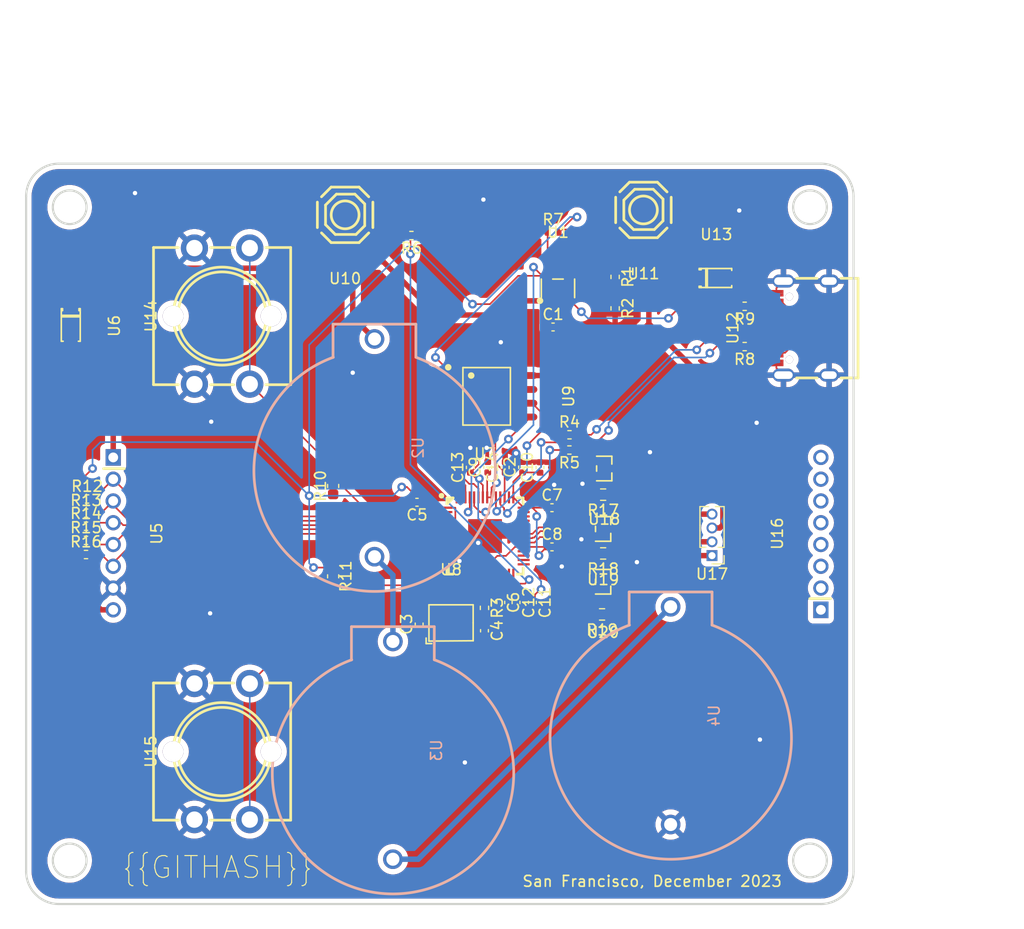
<source format=kicad_pcb>
(kicad_pcb (version 20221018) (generator pcbnew)
  (layers (0 "F.Cu" signal) (31 "B.Cu" signal) (34 "B.Paste" user) (35 "F.Paste" user) (36 "B.SilkS" user "B.Silkscreen") (37 "F.SilkS" user "F.Silkscreen") (38 "B.Mask" user) (39 "F.Mask" user) (44 "Edge.Cuts" user))
  (net 0 "")
  (net 1 "gnd")
  (net 2 "in")
  (net 3 "out-1")
  (net 4 "out")
  (net 5 "dm")
  (net 6 "usb_dm")
  (net 7 "cs")
  (net 8 "vcc-1")
  (net 9 "usb_dp")
  (net 10 "dp")
  (net 11 "adj")
  (net 12 "vcc-2")
  (net 13 "vcc")
  (net 14 "gpio13")
  (net 15 "gpio14")
  (net 16 "gpio3")
  (net 17 "gpio1")
  (net 18 "gpio2")
  (net 19 "gpio4")
  (net 20 "gpio5")
  (net 21 "gpio6")
  (net 22 "or")
  (net 23 "wire")
  (net 24 "not")
  (net 25 "and")
  (net 26 "xor")
  (net 27 "latch")
  (net 28 "vcc-3")
  (net 29 "gpio0")
  (net 30 "gpio7")
  (net 31 "miso")
  (net 32 "cs-1")
  (net 33 "sck-1")
  (net 34 "mosi")
  (net 35 "gpio12")
  (net 36 "gpio15")
  (net 37 "swclk")
  (net 38 "swdio")
  (net 39 "gpio16")
  (net 40 "gpio17")
  (net 41 "gpio18")
  (net 42 "gpio19")
  (net 43 "sda")
  (net 44 "scl")
  (net 45 "gpio22")
  (net 46 "gpio23")
  (net 47 "gpio24")
  (net 48 "gpio25")
  (net 49 "gpio26_a0")
  (net 50 "gpio27_a1")
  (net 51 "gpio28_a2")
  (net 52 "gpio29_a3")
  (net 53 "io3")
  (net 54 "sck")
  (net 55 "io0")
  (net 56 "io2")
  (net 57 "io1")
  (net 58 "p1-2")
  (net 59 "p1-1")
  (net 60 "p1")
  (net 61 "xin")
  (net 62 "b_sink")
  (net 63 "g_sink")
  (net 64 "r_sink")
  (net 65 "run")
  (net 66 "SUB2")
  (net 67 "CC1")
  (net 68 "CC2")
  (net 69 "out-2")
  (net 70 "SUB1")
  (net 71 "vcc-4")
  (net 72 "gnd-2")
  (net 73 "gnd-1")
  (net 74 "xout")
  (footprint "lib:C0402" (layer "F.Cu") (at 138 97.8 180)
    (fp_text reference "C5")
    (fp_text value "Multilayer Ceramic Capacitors MLCC - SMD/SMT 100nF 10V 0402 RoHS")
  )
  (footprint "lib:R0402" (layer "F.Cu") (at 156.2 77.1 -90)
    (fp_text reference "R1")
    (fp_text value "Chip Resistor - Surface Mount 18KOhms ±5% 1/16W 0402 RoHS")
  )
  (footprint "lib:R0603" (layer "F.Cu") (at 155.1 97.1 180)
    (fp_text reference "R17")
    (fp_text value "1.5 KΩ")
  )
  (footprint "lib:R0603" (layer "F.Cu") (at 155 108.1 180)
    (fp_text reference "R19")
    (fp_text value "100.0 Ω")
  )
  (footprint "lib:R0402" (layer "F.Cu") (at 107.6 101.3)
    (fp_text reference "R15")
    (fp_text value "10.0 KΩ")
  )
  (footprint "lib:C0402" (layer "F.Cu") (at 150.4 101.9)
    (fp_text reference "C8")
    (fp_text value "Multilayer Ceramic Capacitors MLCC - SMD/SMT 100nF 10V 0402 RoHS")
  )
  (footprint "lib:USB-C-SMD_KH-TYPE-C-16P" (layer "F.Cu") (at 173.4325 81.8 90)
    (fp_text reference "U12")
    (fp_text value "")
  )
  (footprint "lib:C0402" (layer "F.Cu") (at 145.7 107 -90)
    (fp_text reference "C6")
    (fp_text value "Multilayer Ceramic Capacitors MLCC - SMD/SMT 100nF 10V 0402 RoHS")
  )
  (footprint "lib:R0402" (layer "F.Cu") (at 152 93 180)
    (fp_text reference "R5")
    (fp_text value "Chip Resistor - Surface Mount 27KOhms ±5% 1/16W 0402 RoHS")
  )
  (footprint "lib:C0402" (layer "F.Cu") (at 142.9 94.6 90)
    (fp_text reference "C13")
    (fp_text value "Multilayer Ceramic Capacitors MLCC - SMD/SMT 100nF 10V 0402 RoHS")
  )
  (footprint "lib:C0603" (layer "F.Cu") (at 130.3 104.6 -90)
    (fp_text reference "R11")
    (fp_text value "10.0 KΩ")
  )
  (footprint "lib:SOIC-8_L5.3-W5.3-P1.27-LS8.0-BL" (layer "F.Cu") (at 144.4 88.07 -90)
    (fp_text reference "U9")
    (fp_text value "")
  )
  (footprint "lib:C0402" (layer "F.Cu") (at 147.1 107 -90)
    (fp_text reference "C12")
    (fp_text value "Multilayer Ceramic Capacitors MLCC - SMD/SMT 100nF 10V 0402 RoHS")
  )
  (footprint "lib:SOT-323-3_L2.0-W1.3-P1.30-LS2.1-BR" (layer "F.Cu") (at 155.1 105.1 180)
    (fp_text reference "U20")
    (fp_text value "")
  )
  (footprint "lib:C0402" (layer "F.Cu") (at 150.5 81.7)
    (fp_text reference "C1")
    (fp_text value "Multilayer Ceramic Capacitors MLCC - SMD/SMT 1uF 6.3V 0402 RoHS")
  )
  (footprint "lib:C0402" (layer "F.Cu") (at 144.5 94.58 90)
    (fp_text reference "C9")
    (fp_text value "Multilayer Ceramic Capacitors MLCC - SMD/SMT 100nF 10V 0402 RoHS")
  )
  (footprint "lib:SW-TH_4P-L12.0-W12.0-P5.00-LS12.5-EH" (layer "F.Cu") (at 120.1 80.7 90)
    (fp_text reference "U14")
    (fp_text value "")
  )
  (footprint "lib:C0402" (layer "F.Cu") (at 149.3 94.6 90)
    (fp_text reference "C10")
    (fp_text value "Multilayer Ceramic Capacitors MLCC - SMD/SMT 1uF 6.3V 0402 RoHS")
  )
  (footprint "lib:R0402" (layer "F.Cu") (at 107.6 100)
    (fp_text reference "R14")
    (fp_text value "10.0 KΩ")
  )
  (footprint "lib:C0402" (layer "F.Cu") (at 144.2 109.6 -90)
    (fp_text reference "C4")
    (fp_text value "Multilayer Ceramic Capacitors MLCC - SMD/SMT 20pF 50V 0402 RoHS")
  )
  (footprint "lib:R0402" (layer "F.Cu") (at 168.1 83.5 180)
    (fp_text reference "R8")
    (fp_text value "Chip Resistor - Surface Mount 4.7KOhms ±5% 1/16W 0402 RoHS")
  )
  (footprint "lib:SOT-323-3_L2.0-W1.3-P1.30-LS2.1-BR" (layer "F.Cu") (at 155.1 100.25 180)
    (fp_text reference "U19")
    (fp_text value "")
  )
  (footprint "lib:C0402" (layer "F.Cu") (at 147.7 94.58 90)
    (fp_text reference "C2")
    (fp_text value "Multilayer Ceramic Capacitors MLCC - SMD/SMT 1uF 6.3V 0402 RoHS")
  )
  (footprint "lib:R0402" (layer "F.Cu") (at 156.2 79.99 -90)
    (fp_text reference "R2")
    (fp_text value "10.0 KΩ")
  )
  (footprint "lib:SOT-23-5_L3.0-W1.7-P0.95-LS2.8-BL" (layer "F.Cu") (at 150.95 78.15)
    (fp_text reference "U1")
    (fp_text value "")
  )
  (footprint "Connector_PinHeader_1.27mm:PinHeader_1x04_P1.27mm_Vertical" (layer "F.Cu") (at 165.1 102.7 180)
    (fp_text reference "U17")
    (fp_text value "" hide)
  )
  (footprint "lib:R0402" (layer "F.Cu") (at 107.61 98.8)
    (fp_text reference "R13")
    (fp_text value "10.0 KΩ")
  )
  (footprint "lib:C0402" (layer "F.Cu") (at 138.2 109 90)
    (fp_text reference "C3")
    (fp_text value "Multilayer Ceramic Capacitors MLCC - SMD/SMT 20pF 50V 0402 RoHS")
  )
  (footprint "lib:SOD-123_L2.8-W1.8-LS3.7-RD" (layer "F.Cu") (at 106.2 81.6 -90)
    (fp_text reference "U6")
    (fp_text value "")
  )
  (footprint "lib:R0402" (layer "F.Cu") (at 150.5 73)
    (fp_text reference "R7")
    (fp_text value "10.0 KΩ")
  )
  (footprint "lib:C0402" (layer "F.Cu") (at 150.4 98.3)
    (fp_text reference "C7")
    (fp_text value "Multilayer Ceramic Capacitors MLCC - SMD/SMT 100nF 10V 0402 RoHS")
  )
  (footprint "lib:R0402" (layer "F.Cu") (at 144.2 107.5 -90)
    (fp_text reference "R3")
    (fp_text value "1.0 KΩ")
  )
  (footprint "lib:C0603" (layer "F.Cu") (at 130.3 96.3 90)
    (fp_text reference "R10")
    (fp_text value "10.0 KΩ")
  )
  (footprint "lib:R0402" (layer "F.Cu") (at 137.49 73.3 180)
    (fp_text reference "R6")
    (fp_text value "10.0 KΩ")
  )
  (footprint "lib:SW-SMD_4P-L5.1-W5.1-P3.70-LS6.5-TL-2" (layer "F.Cu") (at 158.8 70.95 180)
    (fp_text reference "U11")
    (fp_text value "")
  )
  (footprint "lib:OSC-SMD_4P-L3.2-W2.5-BL" (layer "F.Cu") (at 141.13 108.87)
    (fp_text reference "U8")
    (fp_text value "")
  )
  (footprint "lib:LQFN-56_L7.0-W7.0-P0.4-EP" (layer "F.Cu") (at 144.25 100.9)
    (fp_text reference "U7")
    (fp_text value "")
  )
  (footprint "lib:R0603" (layer "F.Cu") (at 155.1 102.5 180)
    (fp_text reference "R18")
    (fp_text value "100.0 Ω")
  )
  (footprint "lib:R0402" (layer "F.Cu") (at 107.7 97.5)
    (fp_text reference "R12")
    (fp_text value "10.0 KΩ")
  )
  (footprint "lib:HDR-TH_8P-P2.00-V-M" (layer "F.Cu") (at 110.1 100.68 -90)
    (fp_text reference "U5")
    (fp_text value "")
  )
  (footprint "lib:C0402" (layer "F.Cu") (at 148.6 107 -90)
    (fp_text reference "C11")
    (fp_text value "Multilayer Ceramic Capacitors MLCC - SMD/SMT 100nF 10V 0402 RoHS")
  )
  (footprint "lib:R0402" (layer "F.Cu") (at 152.01 91.6)
    (fp_text reference "R4")
    (fp_text value "Chip Resistor - Surface Mount 27KOhms ±5% 1/16W 0402 RoHS")
  )
  (footprint "lib:R0402" (layer "F.Cu") (at 168.1 79.8 180)
    (fp_text reference "R9")
    (fp_text value "Chip Resistor - Surface Mount 4.7KOhms ±5% 1/16W 0402 RoHS")
  )
  (footprint "lib:R0402" (layer "F.Cu") (at 107.6 102.6)
    (fp_text reference "R16")
    (fp_text value "10.0 KΩ")
  )
  (footprint "lib:HDR-TH_8P-P2.00-V-M" (layer "F.Cu") (at 175.1 100.68 90)
    (fp_text reference "U16")
    (fp_text value "")
  )
  (footprint "lib:SW-TH_4P-L12.0-W12.0-P5.00-LS12.5-EH" (layer "F.Cu") (at 120.1 120.7 90)
    (fp_text reference "U15")
    (fp_text value "")
  )
  (footprint "lib:C0402" (layer "F.Cu") (at 146.1 94.6 90)
    (fp_text reference "C14")
    (fp_text value "Multilayer Ceramic Capacitors MLCC - SMD/SMT 1uF 6.3V 0402 RoHS")
  )
  (footprint "lib:SW-SMD_4P-L5.1-W5.1-P3.70-LS6.5-TL-2" (layer "F.Cu") (at 131.4 71.4 180)
    (fp_text reference "U10")
    (fp_text value "")
  )
  (footprint "lib:SOD-123_L2.8-W1.8-LS3.7-RD" (layer "F.Cu") (at 165.5 77.2)
    (fp_text reference "U13")
    (fp_text value "")
  )
  (footprint "lib:SOT-323-3_L2.0-W1.3-P1.30-LS2.1-BR" (layer "F.Cu") (at 155.2 94.7 180)
    (fp_text reference "U18")
    (fp_text value "")
  )
  (footprint "lib:BAT-TH_BS-02-A1AJ010" (layer "B.Cu") (at 161.3 117.4 90)
    (fp_text reference "U4")
    (fp_text value "")
  )
  (footprint "lib:BAT-TH_BS-02-A1AJ010" (layer "B.Cu") (at 134.1 92.8 90)
    (fp_text reference "U2")
    (fp_text value "")
  )
  (footprint "lib:BAT-TH_BS-02-A1AJ010" (layer "B.Cu") (at 135.79 120.586073 90)
    (fp_text reference "U3")
    (fp_text value "")
  )
  (gr_line (start 105.1 134.7) (end 175.1 134.7) (stroke (width 0.2)) (layer "Edge.Cuts"))
  (gr_arc (start 178.1 131.7) (mid 177.22132 133.82132) (end 175.1 134.7) (stroke (width 0.2)) (layer "Edge.Cuts"))
  (gr_line (start 102.1 69.7) (end 102.1 131.7) (stroke (width 0.2)) (layer "Edge.Cuts"))
  (gr_circle (center 174.1 70.7) (end 172.55 70.7) (stroke (width 0.2)) (fill none) (layer "Edge.Cuts"))
  (gr_line (start 175.1 66.7) (end 105.1 66.7) (stroke (width 0.2)) (layer "Edge.Cuts"))
  (gr_arc (start 175.1 66.7) (mid 177.22132 67.57868) (end 178.1 69.7) (stroke (width 0.2)) (layer "Edge.Cuts"))
  (gr_circle (center 106.1 70.7) (end 104.55 70.7) (stroke (width 0.2)) (fill none) (layer "Edge.Cuts"))
  (gr_line (start 178.1 131.7) (end 178.1 69.7) (stroke (width 0.2)) (layer "Edge.Cuts"))
  (gr_arc (start 105.1 134.7) (mid 102.97868 133.82132) (end 102.1 131.7) (stroke (width 0.2)) (layer "Edge.Cuts"))
  (gr_circle (center 174.1 130.7) (end 172.55 130.7) (stroke (width 0.2)) (fill none) (layer "Edge.Cuts"))
  (gr_arc (start 102.1 69.7) (mid 102.97868 67.57868) (end 105.1 66.7) (stroke (width 0.2)) (layer "Edge.Cuts"))
  (gr_circle (center 106.1 130.7) (end 104.55 130.7) (stroke (width 0.2)) (fill none) (layer "Edge.Cuts"))
  (gr_text "San Francisco, December 2023" (at 147.6 133.2) (layer "F.SilkS") (effects (font (size 1 1)) (justify left bottom)))
  (gr_text "{{GITHASH}} " (at 110.8 132.5) (layer "F.SilkS") (effects (font (size 2 2) (thickness 0.1)) (justify left bottom)))
  (segment (start 154.3 95.35) (end 153.95 95.35) (width 0.15) (layer "F.Cu") (net 1))
  (segment (start 143.25 104.45) (end 143.25 103.45) (width 0.15) (layer "F.Cu") (net 1))
  (segment (start 139.5 108.52) (end 140.03 107.99) (width 0.25) (layer "F.Cu") (net 1))
  (segment (start 140.03 107.87) (end 140.03 107.99) (width 0.15) (layer "F.Cu") (net 1))
  (segment (start 153.95 95.35) (end 153.2 96.1) (width 0.15) (layer "F.Cu") (net 1))
  (segment (start 143.25 104.45) (end 143.25 105.155026) (width 0.15) (layer "F.Cu") (net 1))
  (segment (start 171.0125 78.75) (end 171.0125 78.13) (width 0.15) (layer "F.Cu") (net 1))
  (segment (start 153.4 100.9) (end 153.1 101.2) (width 0.15) (layer "F.Cu") (net 1))
  (segment (start 143.1 103.3) (end 142 103.3) (width 0.15) (layer "F.Cu") (net 1))
  (segment (start 138.2 108.52) (end 139.5 108.52) (width 0.25) (layer "F.Cu") (net 1))
  (segment (start 154.2 100.9) (end 153.4 100.9) (width 0.15) (layer "F.Cu") (net 1))
  (segment (start 171.0125 85.15) (end 171.0125 85.47) (width 0.15) (layer "F.Cu") (net 1))
  (segment (start 141.640026 106.765) (end 141.135 106.765) (width 0.15) (layer "F.Cu") (net 1))
  (segment (start 171.0125 85.47) (end 171.6625 86.12) (width 0.15) (layer "F.Cu") (net 1))
  (segment (start 150.88 103.28) (end 150.88 101.9) (width 0.15) (layer "F.Cu") (net 1))
  (segment (start 143.25 105.155026) (end 141.640026 106.765) (width 0.15) (layer "F.Cu") (net 1))
  (segment (start 141.135 106.765) (end 140.03 107.87) (width 0.15) (layer "F.Cu") (net 1))
  (segment (start 171.0125 78.13) (end 171.6625 77.48) (width 0.15) (layer "F.Cu") (net 1))
  (segment (start 143.25 103.45) (end 143.1 103.3) (width 0.15) (layer "F.Cu") (net 1))
  (segment (start 142 103.3) (end 141.9 103.2) (width 0.15) (layer "F.Cu") (net 1))
  (segment (start 151.3 103.7) (end 150.88 103.28) (width 0.15) (layer "F.Cu") (net 1))
  (via (at 112.1 69.4) (size 0.8) (drill 0.4) (layers "F.Cu" "B.Cu") (net 1))
  (via (at 153.2 96.1) (size 0.8) (drill 0.4) (layers "F.Cu" "B.Cu") (net 1))
  (via (at 144.4 92.8) (size 0.8) (drill 0.4) (layers "F.Cu" "B.Cu") (net 1))
  (via (at 169.5 119.6) (size 0.8) (drill 0.4) (layers "F.Cu" "B.Cu") (net 1))
  (via (at 141.9 103.2) (size 0.8) (drill 0.4) (layers "F.Cu" "B.Cu") (net 1))
  (via (at 158.2 103.3) (size 0.8) (drill 0.4) (layers "F.Cu" "B.Cu") (net 1))
  (via (at 119.1 90.4) (size 0.8) (drill 0.4) (layers "F.Cu" "B.Cu") (net 1))
  (via (at 143.620759 101.529242) (size 0.8) (drill 0.4) (layers "F.Cu" "B.Cu") (net 1))
  (via (at 150.6 96.2) (size 0.8) (drill 0.4) (layers "F.Cu" "B.Cu") (net 1))
  (via (at 145.7 83.1) (size 0.8) (drill 0.4) (layers "F.Cu" "B.Cu") (net 1))
  (via (at 151.3 103.7) (size 0.8) (drill 0.4) (layers "F.Cu" "B.Cu") (net 1))
  (via (at 142.9 92.8) (size 0.8) (drill 0.4) (layers "F.Cu" "B.Cu") (net 1))
  (via (at 153.1 101.2) (size 0.8) (drill 0.4) (layers "F.Cu" "B.Cu") (net 1))
  (via (at 144.1 70) (size 0.8) (drill 0.4) (layers "F.Cu" "B.Cu") (net 1))
  (via (at 132.1 85.9) (size 0.8) (drill 0.4) (layers "F.Cu" "B.Cu") (net 1))
  (via (at 167.6 71) (size 0.8) (drill 0.4) (layers "F.Cu" "B.Cu") (net 1))
  (via (at 159.4 93.2) (size 0.8) (drill 0.4) (layers "F.Cu" "B.Cu") (net 1))
  (via (at 169.2 90.5) (size 0.8) (drill 0.4) (layers "F.Cu" "B.Cu") (net 1))
  (via (at 119 108) (size 0.8) (drill 0.4) (layers "F.Cu" "B.Cu") (net 1))
  (via (at 147.1 93.3) (size 0.8) (drill 0.4) (layers "F.Cu" "B.Cu") (net 1))
  (via (at 142.4 121.7) (size 0.8) (drill 0.4) (layers "F.Cu" "B.Cu") (net 1))
  (segment (start 141.9 103.2) (end 143.570758 101.529242) (width 0.15) (layer "B.Cu") (net 1))
  (segment (start 153.1 101.9) (end 151.3 103.7) (width 0.15) (layer "B.Cu") (net 1))
  (segment (start 153.1 101.2) (end 153.1 101.9) (width 0.15) (layer "B.Cu") (net 1))
  (segment (start 153.2 96.1) (end 150.7 96.1) (width 0.15) (layer "B.Cu") (net 1))
  (segment (start 143.570758 101.529242) (end 143.620759 101.529242) (width 0.15) (layer "B.Cu") (net 1))
  (segment (start 150.7 96.1) (end 150.6 96.2) (width 0.15) (layer "B.Cu") (net 1))
  (segment (start 106.2 104.9) (end 106.2 83.29) (width 0.5) (layer "F.Cu") (net 4))
  (segment (start 108.98 107.68) (end 106.2 104.9) (width 0.5) (layer "F.Cu") (net 4))
  (segment (start 110.1 107.68) (end 108.98 107.68) (width 0.5) (layer "F.Cu") (net 4))
  (segment (start 170.96 81.57) (end 170.11 81.57) (width 0.15) (layer "F.Cu") (net 5))
  (segment (start 170.225 82.57) (end 170.96 82.57) (width 0.15) (layer "F.Cu") (net 5))
  (segment (start 170.11 81.57) (end 170.035 81.645) (width 0.15) (layer "F.Cu") (net 5))
  (segment (start 155.6 91.2) (end 154 92.8) (width 0.15) (layer "F.Cu") (net 5))
  (segment (start 152.71 92.8) (end 152.51 93) (width 0.15) (layer "F.Cu") (net 5))
  (segment (start 170.035 82.38) (end 170.225 82.57) (width 0.15) (layer "F.Cu") (net 5))
  (segment (start 170.96 81.57) (end 167.43 81.57) (width 0.15) (layer "F.Cu") (net 5))
  (segment (start 170.035 81.645) (end 170.035 82.38) (width 0.15) (layer "F.Cu") (net 5))
  (segment (start 154 92.8) (end 152.71 92.8) (width 0.15) (layer "F.Cu") (net 5))
  (segment (start 167.43 81.57) (end 164.9 84.1) (width 0.15) (layer "F.Cu") (net 5))
  (via (at 164.9 84.1) (size 0.8) (drill 0.4) (layers "F.Cu" "B.Cu") (net 5))
  (via (at 155.6 91.2) (size 0.8) (drill 0.4) (layers "F.Cu" "B.Cu") (net 5))
  (segment (start 155.6 90.5) (end 155.6 91.2) (width 0.15) (layer "B.Cu") (net 5))
  (segment (start 164.5 84.5) (end 161.6 84.5) (width 0.15) (layer "B.Cu") (net 5))
  (segment (start 161.6 84.5) (end 155.6 90.5) (width 0.15) (layer "B.Cu") (net 5))
  (segment (start 164.9 84.1) (end 164.5 84.5) (width 0.15) (layer "B.Cu") (net 5))
  (segment (start 146.001944 98.515856) (end 146.001944 98.347349) (width 0.15) (layer "F.Cu") (net 6))
  (segment (start 146.001944 98.347349) (end 145.65 97.995405) (width 0.15) (layer "F.Cu") (net 6))
  (segment (start 146.307371 98.821283) (end 146.001944 98.515856) (width 0.15) (layer "F.Cu") (net 6))
  (segment (start 151.49 93) (end 150.2 93) (width 0.15) (layer "F.Cu") (net 6))
  (segment (start 145.65 97.995405) (end 145.65 97.35) (width 0.15) (layer "F.Cu") (net 6))
  (via (at 150.2 93) (size 0.8) (drill 0.4) (layers "F.Cu" "B.Cu") (net 6))
  (via (at 146.307371 98.821283) (size 0.8) (drill 0.4) (layers "F.Cu" "B.Cu") (net 6))
  (segment (start 146.307371 98.692629) (end 150.2 94.8) (width 0.15) (layer "B.Cu") (net 6))
  (segment (start 150.2 94.8) (end 150.2 93) (width 0.15) (layer "B.Cu") (net 6))
  (segment (start 146.307371 98.821283) (end 146.307371 98.692629) (width 0.15) (layer "B.Cu") (net 6))
  (segment (start 140.6 85.4) (end 140.6 86.16) (width 0.15) (layer "F.Cu") (net 7))
  (segment (start 140.6 86.16) (end 140.3 86.16) (width 0.15) (layer "F.Cu") (net 7))
  (segment (start 162.1 72.75) (end 155.5 72.75) (width 0.15) (layer "F.Cu") (net 7))
  (segment (start 151.26 72.75) (end 151.01 73) (width 0.15) (layer "F.Cu") (net 7))
  (segment (start 151.01 73) (end 152.41 71.6) (width 0.15) (layer "F.Cu") (net 7))
  (segment (start 152.41 71.6) (end 152.7 71.6) (width 0.15) (layer "F.Cu") (net 7))
  (segment (start 139.7 84.5) (end 140.6 85.4) (width 0.15) (layer "F.Cu") (net 7))
  (segment (start 138.6 87.86) (end 138.6 94.3) (width 0.15) (layer "F.Cu") (net 7))
  (segment (start 138.6 94.3) (end 141.65 97.35) (width 0.15) (layer "F.Cu") (net 7))
  (segment (start 155.5 72.75) (end 151.26 72.75) (width 0.15) (layer "F.Cu") (net 7))
  (segment (start 140.3 86.16) (end 138.6 87.86) (width 0.15) (layer "F.Cu") (net 7))
  (via (at 152.7 71.6) (size 0.8) (drill 0.4) (layers "F.Cu" "B.Cu") (net 7))
  (via (at 139.7 84.5) (size 0.8) (drill 0.4) (layers "F.Cu" "B.Cu") (net 7))
  (segment (start 152.7 71.6) (end 152.054595 71.6) (width 0.15) (layer "B.Cu") (net 7))
  (segment (start 139.7 83.954595) (end 139.7 84.5) (width 0.15) (layer "B.Cu") (net 7))
  (segment (start 152.054595 71.6) (end 139.7 83.954595) (width 0.15) (layer "B.Cu") (net 7))
  (segment (start 144.45 97.35) (end 144.45 95.11) (width 0.15) (layer "F.Cu") (net 8))
  (segment (start 154.54 86.16) (end 159.3 81.4) (width 0.5) (layer "F.Cu") (net 8))
  (segment (start 141.5 98.3) (end 141.525 98.325) (width 0.15) (layer "F.Cu") (net 8))
  (segment (start 147 101.9) (end 147.8 101.9) (width 0.15) (layer "F.Cu") (net 8))
  (segment (start 147.8 98.3) (end 146.85 97.35) (width 0.15) (layer "F.Cu") (net 8))
  (segment (start 145.7 106.52) (end 145.305025 106.52) (width 0.15) (layer "F.Cu") (net 8))
  (segment (start 143.525 102.725) (end 144.45 103.65) (width 0.15) (layer "F.Cu") (net 8))
  (segment (start 144.45 95.11) (end 144.5 95.06) (width 0.15) (layer "F.Cu") (net 8))
  (segment (start 159.3 81.4) (end 159.3 75) (width 0.5) (layer "F.Cu") (net 8))
  (segment (start 147.7 95.06) (end 149.28 95.06) (width 0.15) (layer "F.Cu") (net 8))
  (segment (start 107.09 95.81) (end 107.09 102.6) (width 0.15) (layer "F.Cu") (net 8))
  (segment (start 145.305025 106.52) (end 144.45 105.664975) (width 0.15) (layer "F.Cu") (net 8))
  (segment (start 130.275 103.8) (end 130.3 103.775) (width 0.15) (layer "F.Cu") (net 8))
  (segment (start 128.1 97.2) (end 130.225 97.2) (width 0.15) (layer "F.Cu") (net 8))
  (segment (start 140.7 101.9) (end 142.425 101.9) (width 0.15) (layer "F.Cu") (net 8))
  (segment (start 165.807106 100.16) (end 166.1 99.867106) (width 0.5) (layer "F.Cu") (net 8))
  (segment (start 151.4 75.6) (end 150 77) (width 0.15) (layer "F.Cu") (net 8))
  (segment (start 144.45 103.65) (end 145.375 102.725) (width 0.15) (layer "F.Cu") (net 8))
  (segment (start 144.45 105.664975) (end 144.45 104.45) (width 0.15) (layer "F.Cu") (net 8))
  (segment (start 146.85 95.91) (end 147.7 95.06) (width 0.15) (layer "F.Cu") (net 8))
  (segment (start 149.28 95.06) (end 149.3 95.08) (width 0.15) (layer "F.Cu") (net 8))
  (segment (start 149.92 98.3) (end 147.8 98.3) (width 0.15) (layer "F.Cu") (net 8))
  (segment (start 142.425 102.725) (end 143.525 102.725) (width 0.15) (layer "F.Cu") (net 8))
  (segment (start 144.85 97.35) (end 144.85 96.45) (width 0.15) (layer "F.Cu") (net 8))
  (segment (start 145.375 102.725) (end 146.175 102.725) (width 0.15) (layer "F.Cu") (net 8))
  (segment (start 147.3 77) (end 145.2 79.1) (width 0.15) (layer "F.Cu") (net 8))
  (segment (start 159.3 75) (end 152 75) (width 0.5) (layer "F.Cu") (net 8))
  (segment (start 138.3 73) (end 138 73.3) (width 0.15) (layer "F.Cu") (net 8))
  (segment (start 152 75) (end 150 77) (width 0.5) (layer "F.Cu") (net 8))
  (segment (start 144.7 79.6) (end 143.1 79.6) (width 0.15) (layer "F.Cu") (net 8))
  (segment (start 166.1 99.867106) (end 166.1 88.2) (width 0.5) (layer "F.Cu") (net 8))
  (segment (start 148.6 98.3) (end 149 98.7) (width 0.15) (layer "F.Cu") (net 8))
  (segment (start 108.2 94.7) (end 107.09 95.81) (width 0.15) (layer "F.Cu") (net 8))
  (segment (start 136.6 96.4) (end 137.08 96.4) (width 0.15) (layer "F.Cu") (net 8))
  (segment (start 140.7 98.3) (end 138.98 98.3) (width 0.15) (layer "F.Cu") (net 8))
  (segment (start 165.1 100.16) (end 165.807106 100.16) (width 0.5) (layer "F.Cu") (net 8))
  (segment (start 150 77) (end 150 73.01) (width 0.15) (layer "F.Cu") (net 8))
  (segment (start 149 98.7) (end 149 99.1) (width 0.15) (layer "F.Cu") (net 8))
  (segment (start 150 77) (end 147.3 77) (width 0.15) (layer "F.Cu") (net 8))
  (segment (start 156.2 76.59) (end 155.21 75.6) (width 0.15) (layer "F.Cu") (net 8))
  (segment (start 138.98 98.3) (end 138.48 97.8) (width 0.15) (layer "F.Cu") (net 8))
  (segment (start 141.525 98.325) (end 141.525 101.875) (width 0.15) (layer "F.Cu") (net 8))
  (segment (start 144.45 104.45) (end 144.45 103.65) (width 0.15) (layer "F.Cu") (net 8))
  (segment (start 148.7 76.2) (end 149.5 77) (width 0.15) (layer "F.Cu") (net 8))
  (segment (start 137.08 96.4) (end 138.48 97.8) (width 0.15) (layer "F.Cu") (net 8))
  (segment (start 145.2 79.1) (end 144.7 79.6) (width 0.15) (layer "F.Cu") (net 8))
  (segment (start 140.7 98.3) (end 141.5 98.3) (width 0.15) (layer "F.Cu") (net 8))
  (segment (start 146.45 97.35) (end 146.85 97.35) (width 0.15) (layer "F.Cu") (net 8))
  (segment (start 147.8 101.9) (end 149.92 101.9) (width 0.15) (layer "F.Cu") (net 8))
  (segment (start 147.8 98.3) (end 148.6 98.3) (width 0.15) (layer "F.Cu") (net 8))
  (segment (start 128.5 103.8) (end 130.275 103.8) (width 0.15) (layer "F.Cu") (net 8))
  (segment (start 144.85 97.35) (end 144.45 97.35) (width 0.15) (layer "F.Cu") (net 8))
  (segment (start 150.1 72.89) (end 149.99 73) (width 0.15) (layer "F.Cu") (net 8))
  (segment (start 146.85 97.35) (end 146.85 95.91) (width 0.15) (layer "F.Cu") (net 8))
  (segment (start 149.5 77) (end 150 77) (width 0.15) (layer "F.Cu") (net 8))
  (segment (start 150 73.01) (end 149.99 73) (width 0.15) (layer "F.Cu") (net 8))
  (segment (start 155.21 75.6) (end 151.4 75.6) (width 0.15) (layer "F.Cu") (net 8))
  (segment (start 149.2 102.62) (end 149.92 101.9) (width 0.15) (layer "F.Cu") (net 8))
  (segment (start 149.2 102.7) (end 149.2 102.62) (width 0.15) (layer "F.Cu") (net 8))
  (segment (start 166.1 88.2) (end 159.3 81.4) (width 0.5) (layer "F.Cu") (net 8))
  (segment (start 148.2 86.16) (end 154.54 86.16) (width 0.5) (layer "F.Cu") (net 8))
  (segment (start 130.225 97.2) (end 130.3 97.125) (width 0.15) (layer "F.Cu") (net 8))
  (segment (start 142.425 101.9) (end 142.425 102.725) (width 0.15) (layer "F.Cu") (net 8))
  (segment (start 144.85 96.45) (end 145.3 96) (width 0.15) (layer "F.Cu") (net 8))
  (segment (start 149.99 73) (end 138.3 73) (width 0.15) (layer "F.Cu") (net 8))
  (segment (start 146.175 102.725) (end 147 101.9) (width 0.15) (layer "F.Cu") (net 8))
  (segment (start 141.525 101.875) (end 141.5 101.9) (width 0.15) (layer "F.Cu") (net 8))
  (segment (start 141.5 101.9) (end 140.7 101.9) (width 0.15) (layer "F.Cu") (net 8))
  (via (at 148.7 76.2) (size 0.8) (drill 0.4) (layers "F.Cu" "B.Cu") (net 8))
  (via (at 149 99.1) (size 0.8) (drill 0.4) (layers "F.Cu" "B.Cu") (net 8))
  (via (at 136.6 96.4) (size 0.8) (drill 0.4) (layers "F.Cu" "B.Cu") (net 8))
  (via (at 149.2 102.7) (size 0.8) (drill 0.4) (layers "F.Cu" "B.Cu") (net 8))
  (via (at 143.1 79.6) (size 0.8) (drill 0.4) (layers "F.Cu" "B.Cu") (net 8))
  (via (at 128.1 97.2) (size 0.8) (drill 0.4) (layers "F.Cu" "B.Cu") (net 8))
  (via (at 128.5 103.8) (size 0.8) (drill 0.4) (layers "F.Cu" "B.Cu") (net 8))
  (via (at 145.3 96) (size 0.8) (drill 0.4) (layers "F.Cu" "B.Cu") (net 8))
  (via (at 108.2 94.7) (size 0.8) (drill 0.4) (layers "F.Cu" "B.Cu") (net 8))
  (segment (start 123.175 92.275) (end 128.1 97.2) (width 0.15) (layer "B.Cu") (net 8))
  (segment (start 108.2 94.7) (end 108.2 93) (width 0.15) (layer "B.Cu") (net 8))
  (segment (start 135.8 97.2) (end 136.6 96.4) (width 0.15) (layer "B.Cu") (net 8))
  (segment (start 137.120405 74.325) (end 128.1 83.345405) (width 0.15) (layer "B.Cu") (net 8))
  (segment (start 143.1 79.6) (end 137.825 74.325) (width 0.15) (layer "B.Cu") (net 8))
  (segment (start 137.825 74.325) (end 137.120405 74.325) (width 0.15) (layer "B.Cu") (net 8))
  (segment (start 128.1 97.2) (end 135.8 97.2) (width 0.15) (layer "B.Cu") (net 8))
  (segment (start 108.2 93) (end 108.925 92.275) (width 0.15) (layer "B.Cu") (net 8))
  (segment (start 145.3 94.1) (end 146.3 93.1) (width 0.15) (layer "B.Cu") (net 8))
  (segment (start 146.3 93.1) (end 148.7 90.7) (width 0.15) (layer "B.Cu") (net 8))
  (segment (start 149 102.5) (end 149.2 102.7) (width 0.15) (layer "B.Cu") (net 8))
  (segment (start 149 99.1) (end 149 102.5) (width 0.15) (layer "B.Cu") (net 8))
  (segment (start 128.1 97.2) (end 128.1 103.4) (width 0.15) (layer "B.Cu") (net 8))
  (segment (start 128.1 103.4) (end 128.5 103.8) (width 0.15) (layer "B.Cu") (net 8))
  (segment (start 145.3 96) (end 145.3 94.1) (width 0.15) (layer "B.Cu") (net 8))
  (segment (start 108.925 92.275) (end 123.175 92.275) (width 0.15) (layer "B.Cu") (net 8))
  (segment (start 148.7 90.7) (end 148.7 76.2) (width 0.15) (layer "B.Cu") (net 8))
  (segment (start 128.1 83.345405) (end 128.1 97.2) (width 0.15) (layer "B.Cu") (net 8))
  (segment (start 151.5 91.6) (end 150.8 92.3) (width 0.15) (layer "F.Cu") (net 9))
  (segment (start 145.25 98.55) (end 145.25 97.35) (width 0.15) (layer "F.Cu") (net 9))
  (segment (start 150.8 92.3) (end 149.4 92.3) (width 0.15) (layer "F.Cu") (net 9))
  (segment (start 145.326944 98.626944) (end 145.25 98.55) (width 0.15) (layer "F.Cu") (net 9))
  (via (at 149.4 92.3) (size 0.8) (drill 0.4) (layers "F.Cu" "B.Cu") (net 9))
  (via (at 145.326944 98.626944) (size 0.8) (drill 0.4) (layers "F.Cu" "B.Cu") (net 9))
  (segment (start 149.4 94.553888) (end 145.326944 98.626944) (width 0.15) (layer "B.Cu") (net 9))
  (segment (start 149.4 92.3) (end 149.4 94.553888) (width 0.15) (layer "B.Cu") (net 9))
  (segment (start 154.5 91.1) (end 154 91.6) (width 0.15) (layer "F.Cu") (net 10))
  (segment (start 166.43 81.07) (end 163.7 83.8) (width 0.15) (layer "F.Cu") (net 10))
  (segment (start 154 91.6) (end 152.52 91.6) (width 0.15) (layer "F.Cu") (net 10))
  (segment (start 170.96 82.07) (end 171.81 82.07) (width 0.15) (layer "F.Cu") (net 10))
  (segment (start 171.885 81.285) (end 171.67 81.07) (width 0.15) (layer "F.Cu") (net 10))
  (segment (start 171.81 82.07) (end 171.885 81.995) (width 0.15) (layer "F.Cu") (net 10))
  (segment (start 171.885 81.995) (end 171.885 81.285) (width 0.15) (layer "F.Cu") (net 10))
  (segment (start 170.96 81.07) (end 166.43 81.07) (width 0.15) (layer "F.Cu") (net 10))
  (segment (start 171.67 81.07) (end 170.96 81.07) (width 0.15) (layer "F.Cu") (net 10))
  (via (at 163.7 83.8) (size 0.8) (drill 0.4) (layers "F.Cu" "B.Cu") (net 10))
  (via (at 154.5 91.1) (size 0.8) (drill 0.4) (layers "F.Cu" "B.Cu") (net 10))
  (segment (start 163.7 83.8) (end 161.8 83.8) (width 0.15) (layer "B.Cu") (net 10))
  (segment (start 161.8 83.8) (end 154.5 91.1) (width 0.15) (layer "B.Cu") (net 10))
  (segment (start 151.9 77) (end 155.59 77) (width 0.15) (layer "F.Cu") (net 11))
  (segment (start 156.2 77.61) (end 156.2 79.49) (width 0.15) (layer "F.Cu") (net 11))
  (segment (start 155.59 77) (end 156.2 77.61) (width 0.15) (layer "F.Cu") (net 11))
  (segment (start 111.2 77.1) (end 110.1 78.2) (width 0.5) (layer "F.Cu") (net 12))
  (segment (start 132.1 80.8) (end 132.1 77.1) (width 0.5) (layer "F.Cu") (net 12))
  (segment (start 110.1 78.2) (end 110.1 93.68) (width 0.5) (layer "F.Cu") (net 12))
  (segment (start 134.1 82.8) (end 132.1 80.8) (width 0.5) (layer "F.Cu") (net 12))
  (segment (start 132.1 77.1) (end 111.2 77.1) (width 0.5) (layer "F.Cu") (net 12))
  (segment (start 161.1 80.9) (end 163.81 78.19) (width 0.15) (layer "F.Cu") (net 13))
  (segment (start 131.520101 75.7) (end 134.9 75.7) (width 0.5) (layer "F.Cu") (net 13))
  (segment (start 163.81 78.19) (end 163.81 77.2) (width 0.15) (layer "F.Cu") (net 13))
  (segment (start 130.920101 76.3) (end 131.520101 75.7) (width 0.5) (layer "F.Cu") (net 13))
  (segment (start 150.355 78.445) (end 150 78.8) (width 0.15) (layer "F.Cu") (net 13))
  (segment (start 150 79.3) (end 150 81.68) (width 0.5) (layer "F.Cu") (net 13))
  (segment (start 106.2 79.91) (end 106.2 76.3) (width 0.5) (layer "F.Cu") (net 13))
  (segment (start 150 78.8) (end 150 79.3) (width 0.15) (layer "F.Cu") (net 13))
  (segment (start 150 81.68) (end 150.02 81.7) (width 0.5) (layer "F.Cu") (net 13))
  (segment (start 153.1 80.3) (end 152.1 79.3) (width 0.15) (layer "F.Cu") (net 13))
  (segment (start 106.2 76.3) (end 130.920101 76.3) (width 0.5) (layer "F.Cu") (net 13))
  (segment (start 151.9 78.965) (end 151.38 78.445) (width 0.15) (layer "F.Cu") (net 13))
  (segment (start 139.8 80.6) (end 145.5 80.6) (width 0.5) (layer "F.Cu") (net 13))
  (segment (start 151.38 78.445) (end 150.355 78.445) (width 0.15) (layer "F.Cu") (net 13))
  (segment (start 152.1 79.3) (end 151.9 79.3) (width 0.15) (layer "F.Cu") (net 13))
  (segment (start 145.5 80.6) (end 146.8 79.3) (width 0.5) (layer "F.Cu") (net 13))
  (segment (start 146.8 79.3) (end 150 79.3) (width 0.5) (layer "F.Cu") (net 13))
  (segment (start 134.9 75.7) (end 139.8 80.6) (width 0.5) (layer "F.Cu") (net 13))
  (segment (start 151.9 79.3) (end 151.9 78.965) (width 0.15) (layer "F.Cu") (net 13))
  (via (at 161.1 80.9) (size 0.8) (drill 0.4) (layers "F.Cu" "B.Cu") (net 13))
  (via (at 153.1 80.3) (size 0.8) (drill 0.4) (layers "F.Cu" "B.Cu") (net 13))
  (segment (start 161.1 80.9) (end 153.7 80.9) (width 0.15) (layer "B.Cu") (net 13))
  (segment (start 153.7 80.9) (end 153.1 80.3) (width 0.15) (layer "B.Cu") (net 13))
  (segment (start 130.3 105.425) (end 142.275 105.425) (width 0.15) (layer "F.Cu") (net 15))
  (segment (start 122.64 114.45) (end 130.3 106.79) (width 0.15) (layer "F.Cu") (net 15))
  (segment (start 142.45 105.25) (end 142.45 104.45) (width 0.15) (layer "F.Cu") (net 15))
  (segment (start 142.275 105.425) (end 142.45 105.25) (width 0.15) (layer "F.Cu") (net 15))
  (segment (start 130.3 106.79) (end 130.3 105.425) (width 0.15) (layer "F.Cu") (net 15))
  (segment (start 122.64 126.95) (end 122.64 114.45) (width 0.15) (layer "B.Cu") (net 15))
  (segment (start 110.795025 99.68) (end 110.1 99.68) (width 0.15) (layer "F.Cu") (net 16))
  (segment (start 110.1 99.68) (end 108.83 99.68) (width 0.15) (layer "F.Cu") (net 16))
  (segment (start 108.83 99.68) (end 108.51 100) (width 0.15) (layer "F.Cu") (net 16))
  (segment (start 111.015025 99.9) (end 110.795025 99.68) (width 0.15) (layer "F.Cu") (net 16))
  (segment (start 108.11 100) (end 108.51 100) (width 0.15) (layer "F.Cu") (net 16))
  (segment (start 140.7 99.9) (end 111.015025 99.9) (width 0.15) (layer "F.Cu") (net 16))
  (segment (start 111.7 97.28) (end 110.1 95.68) (width 0.15) (layer "F.Cu") (net 17))
  (segment (start 111.7 99.1) (end 140.7 99.1) (width 0.15) (layer "F.Cu") (net 17))
  (segment (start 111.7 99.1) (end 111.7 97.28) (width 0.15) (layer "F.Cu") (net 17))
  (segment (start 108.61 97.17) (end 108.61 97.5) (width 0.15) (layer "F.Cu") (net 17))
  (segment (start 108.21 97.5) (end 108.61 97.5) (width 0.15) (layer "F.Cu") (net 17))
  (segment (start 110.1 95.68) (end 108.61 97.17) (width 0.15) (layer "F.Cu") (net 17))
  (segment (start 110.1 98.055026) (end 111.544974 99.5) (width 0.15) (layer "F.Cu") (net 18))
  (segment (start 108.12 98.8) (end 108.52 98.8) (width 0.15) (layer "F.Cu") (net 18))
  (segment (start 108.98 98.8) (end 108.52 98.8) (width 0.15) (layer "F.Cu") (net 18))
  (segment (start 111.544974 99.5) (end 140.7 99.5) (width 0.15) (layer "F.Cu") (net 18))
  (segment (start 110.1 97.68) (end 108.98 98.8) (width 0.15) (layer "F.Cu") (net 18))
  (segment (start 110.1 97.68) (end 110.1 98.055026) (width 0.15) (layer "F.Cu") (net 18))
  (segment (start 110.1 101.68) (end 111.505 100.275) (width 0.15) (layer "F.Cu") (net 19))
  (segment (start 108.11 101.3) (end 108.51 101.3) (width 0.15) (layer "F.Cu") (net 19))
  (segment (start 111.505 100.275) (end 140.7 100.275) (width 0.15) (layer "F.Cu") (net 19))
  (segment (start 108.89 101.68) (end 108.51 101.3) (width 0.15) (layer "F.Cu") (net 19))
  (segment (start 110.1 101.68) (end 108.89 101.68) (width 0.15) (layer "F.Cu") (net 19))
  (segment (start 109.02 102.6) (end 110.1 103.68) (width 0.15) (layer "F.Cu") (net 20))
  (segment (start 110.1 103.365025) (end 111.99 101.475025) (width 0.15) (layer "F.Cu") (net 20))
  (segment (start 108.11 102.6) (end 108.51 102.6) (width 0.15) (layer "F.Cu") (net 20))
  (segment (start 111.99 101.475025) (end 111.99 100.7) (width 0.15) (layer "F.Cu") (net 20))
  (segment (start 140.7 100.7) (end 111.99 100.7) (width 0.15) (layer "F.Cu") (net 20))
  (segment (start 108.52 102.59) (end 108.51 102.6) (width 0.15) (layer "F.Cu") (net 20))
  (segment (start 110.1 103.68) (end 110.1 103.365025) (width 0.15) (layer "F.Cu") (net 20))
  (segment (start 108.51 102.6) (end 109.02 102.6) (width 0.15) (layer "F.Cu") (net 20))
  (segment (start 146.05 95.13) (end 146.1 95.08) (width 0.15) (layer "F.Cu") (net 28))
  (segment (start 149.32 105.8) (end 148.6 106.52) (width 0.15) (layer "F.Cu") (net 28))
  (segment (start 146.48 105.9) (end 147.1 106.52) (width 0.15) (layer "F.Cu") (net 28))
  (segment (start 145.2 92.05) (end 145.2 94.18) (width 0.15) (layer "F.Cu") (net 28))
  (segment (start 144.05 97.35) (end 144.05 96.23) (width 0.15) (layer "F.Cu") (net 28))
  (segment (start 145.2 94.18) (end 146.1 95.08) (width 0.15) (layer "F.Cu") (net 28))
  (segment (start 149.4 105.8) (end 149.32 105.8) (width 0.15) (layer "F.Cu") (net 28))
  (segment (start 142.9 95.08) (end 143.7 94.28) (width 0.15) (layer "F.Cu") (net 28))
  (segment (start 143.7 94.28) (end 143.7 92.05) (width 0.15) (layer "F.Cu") (net 28))
  (segment (start 144.85 105.570001) (end 145.179999 105.9) (width 0.15) (layer "F.Cu") (net 28))
  (segment (start 144.85 104.45) (end 144.85 105.570001) (width 0.15) (layer "F.Cu") (net 28))
  (segment (start 143.7 92.05) (end 145.2 92.05) (width 0.15) (layer "F.Cu") (net 28))
  (segment (start 147.1 106.52) (end 148.6 106.52) (width 0.15) (layer "F.Cu") (net 28))
  (segment (start 145.179999 105.9) (end 146.48 105.9) (width 0.15) (layer "F.Cu") (net 28))
  (segment (start 143.179124 95.08) (end 143.726506 95.627382) (width 0.15) (layer "F.Cu") (net 28))
  (segment (start 142.9 95.08) (end 143.179124 95.08) (width 0.15) (layer "F.Cu") (net 28))
  (segment (start 146.05 97.35) (end 146.05 95.13) (width 0.15) (layer "F.Cu") (net 28))
  (segment (start 144.05 96.23) (end 142.9 95.08) (width 0.15) (layer "F.Cu") (net 28))
  (via (at 143.726506 95.627382) (size 0.8) (drill 0.4) (layers "F.Cu" "B.Cu") (net 28))
  (via (at 149.4 105.8) (size 0.8) (drill 0.4) (layers "F.Cu" "B.Cu") (net 28))
  (segment (start 143.726506 95.627382) (end 143.625 95.728888) (width 0.15) (layer "B.Cu") (net 28))
  (segment (start 149.4 105.7) (end 149.4 105.8) (width 0.15) (layer "B.Cu") (net 28))
  (segment (start 143.625 95.728888) (end 143.625 99.270405) (width 0.15) (layer "B.Cu") (net 28))
  (segment (start 143.625 99.270405) (end 149.4 105.045405) (width 0.15) (layer "B.Cu") (net 28))
  (segment (start 149.4 105.045405) (end 149.4 105.7) (width 0.15) (layer "B.Cu") (net 28))
  (segment (start 130.3 94.61) (end 130.3 95.475) (width 0.15) (layer "F.Cu") (net 29))
  (segment (start 122.64 86.95) (end 130.3 94.61) (width 0.15) (layer "F.Cu") (net 29))
  (segment (start 133.525 98.7) (end 130.3 95.475) (width 0.15) (layer "F.Cu") (net 29))
  (segment (start 140.7 98.7) (end 133.525 98.7) (width 0.15) (layer "F.Cu") (net 29))
  (segment (start 122.64 74.45) (end 122.64 86.95) (width 0.15) (layer "B.Cu") (net 29))
  (segment (start 147.8 101.5) (end 148.789948 101.5) (width 0.15) (layer "F.Cu") (net 45))
  (segment (start 151.6 101) (end 152.6 102) (width 0.15) (layer "F.Cu") (net 45))
  (segment (start 152.6 103.2) (end 153.9 104.5) (width 0.15) (layer "F.Cu") (net 45))
  (segment (start 149.289948 101) (end 151.6 101) (width 0.15) (layer "F.Cu") (net 45))
  (segment (start 152.6 102) (end 152.6 103.2) (width 0.15) (layer "F.Cu") (net 45))
  (segment (start 148.789948 101.5) (end 149.289948 101) (width 0.15) (layer "F.Cu") (net 45))
  (segment (start 153.9 104.5) (end 154.2 104.5) (width 0.15) (layer "F.Cu") (net 45))
  (segment (start 148.575 101.1) (end 148.625 101.05) (width 0.15) (layer "F.Cu") (net 46))
  (segment (start 147.8 101.1) (end 148.575 101.1) (width 0.15) (layer "F.Cu") (net 46))
  (segment (start 148.744974 101.05) (end 149.344974 100.45) (width 0.15) (layer "F.Cu") (net 46))
  (segment (start 148.625 101.05) (end 148.744974 101.05) (width 0.15) (layer "F.Cu") (net 46))
  (segment (start 149.344974 100.45) (end 153.35 100.45) (width 0.15) (layer "F.Cu") (net 46))
  (segment (start 153.35 100.45) (end 154.2 99.6) (width 0.15) (layer "F.Cu") (net 46))
  (segment (start 153.85 94.05) (end 152.3 95.6) (width 0.15) (layer "F.Cu") (net 47))
  (segment (start 151.5 100.1) (end 149.2 100.1) (width 0.15) (layer "F.Cu") (net 47))
  (segment (start 148.6 100.7) (end 147.8 100.7) (width 0.15) (layer "F.Cu") (net 47))
  (segment (start 154.3 94.05) (end 153.85 94.05) (width 0.15) (layer "F.Cu") (net 47))
  (segment (start 149.2 100.1) (end 148.6 100.7) (width 0.15) (layer "F.Cu") (net 47))
  (segment (start 152.3 99.3) (end 151.5 100.1) (width 0.15) (layer "F.Cu") (net 47))
  (segment (start 152.3 95.6) (end 152.3 99.3) (width 0.15) (layer "F.Cu") (net 47))
  (segment (start 146.4 88.325) (end 147.285 87.44) (width 0.15) (layer "F.Cu") (net 53))
  (segment (start 143.65 97.35) (end 143.65 96.55) (width 0.15) (layer "F.Cu") (net 53))
  (segment (start 143.65 96.55) (end 143.210051 96.110051) (width 0.15) (layer "F.Cu") (net 53))
  (segment (start 142.2 91.7) (end 145.2 91.7) (width 0.15) (layer "F.Cu") (net 53))
  (segment (start 142.2 95.510052) (end 142.2 91.7) (width 0.15) (layer "F.Cu") (net 53))
  (segment (start 148.2 87.43) (end 147.9 87.43) (width 0.15) (layer "F.Cu") (net 53))
  (segment (start 142.8 96.110051) (end 142.2 95.510052) (width 0.15) (layer "F.Cu") (net 53))
  (segment (start 145.2 91.7) (end 146.4 90.5) (width 0.15) (layer "F.Cu") (net 53))
  (segment (start 147.285 87.44) (end 147.93 87.44) (width 0.15) (layer "F.Cu") (net 53))
  (segment (start 143.210051 96.110051) (end 142.8 96.110051) (width 0.15) (layer "F.Cu") (net 53))
  (segment (start 146.4 90.5) (end 146.4 88.325) (width 0.15) (layer "F.Cu") (net 53))
  (segment (start 148.575 88.7) (end 147.93 88.7) (width 0.15) (layer "F.Cu") (net 54))
  (segment (start 148.1 92.6) (end 149.33 91.37) (width 0.15) (layer "F.Cu") (net 54))
  (segment (start 149.33 89.455) (end 148.575 88.7) (width 0.15) (layer "F.Cu") (net 54))
  (segment (start 144.3 98.7) (end 143.8 98.7) (width 0.15) (layer "F.Cu") (net 54))
  (segment (start 149.33 91.37) (end 149.33 89.455) (width 0.15) (layer "F.Cu") (net 54))
  (segment (start 143.25 98.15) (end 143.25 97.35) (width 0.15) (layer "F.Cu") (net 54))
  (segment (start 143.8 98.7) (end 143.25 98.15) (width 0.15) (layer "F.Cu") (net 54))
  (segment (start 148.5 88.7) (end 148.2 88.7) (width 0.15) (layer "F.Cu") (net 54))
  (via (at 148.1 92.6) (size 0.8) (drill 0.4) (layers "F.Cu" "B.Cu") (net 54))
  (via (at 144.3 98.7) (size 0.8) (drill 0.4) (layers "F.Cu" "B.Cu") (net 54))
  (segment (start 148.1 92.6) (end 148.1 94.9) (width 0.15) (layer "B.Cu") (net 54))
  (segment (start 148.1 94.9) (end 144.3 98.7) (width 0.15) (layer "B.Cu") (net 54))
  (segment (start 148.2 89.97) (end 148.2 90.2) (width 0.15) (layer "F.Cu") (net 55))
  (segment (start 142.85 98.55) (end 142.85 97.35) (width 0.15) (layer "F.Cu") (net 55))
  (segment (start 142.7 98.7) (end 142.85 98.55) (width 0.15) (layer "F.Cu") (net 55))
  (segment (start 148.2 90.2) (end 146.4 92) (width 0.15) (layer "F.Cu") (net 55))
  (via (at 142.7 98.7) (size 0.8) (drill 0.4) (layers "F.Cu" "B.Cu") (net 55))
  (via (at 146.4 92) (size 0.8) (drill 0.4) (layers "F.Cu" "B.Cu") (net 55))
  (segment (start 143 98.4) (end 143 95.4) (width 0.15) (layer "B.Cu") (net 55))
  (segment (start 142.7 98.7) (end 143 98.4) (width 0.15) (layer "B.Cu") (net 55))
  (segment (start 143 95.4) (end 146.4 92) (width 0.15) (layer "B.Cu") (net 55))
  (segment (start 140.3 88.7) (end 139.3 89.7) (width 0.15) (layer "F.Cu") (net 56))
  (segment (start 142.45 96.255026) (end 142.45 97.35) (width 0.15) (layer "F.Cu") (net 56))
  (segment (start 139.3 93.105026) (end 142.45 96.255026) (width 0.15) (layer "F.Cu") (net 56))
  (segment (start 140.6 88.7) (end 140.3 88.7) (width 0.15) (layer "F.Cu") (net 56))
  (segment (start 139.3 89.7) (end 139.3 93.105026) (width 0.15) (layer "F.Cu") (net 56))
  (segment (start 142.05 96.35) (end 138.95 93.25) (width 0.15) (layer "F.Cu") (net 57))
  (segment (start 140.07 87.43) (end 140.6 87.43) (width 0.15) (layer "F.Cu") (net 57))
  (segment (start 138.95 88.55) (end 140.07 87.43) (width 0.15) (layer "F.Cu") (net 57))
  (segment (start 138.95 93.25) (end 138.95 88.55) (width 0.15) (layer "F.Cu") (net 57))
  (segment (start 142.05 97.35) (end 142.05 96.35) (width 0.15) (layer "F.Cu") (net 57))
  (segment (start 161.225 102.7) (end 155.825 108.1) (width 0.5) (layer "F.Cu") (net 58))
  (segment (start 165.1 102.7) (end 161.225 102.7) (width 0.5) (layer "F.Cu") (net 58))
  (segment (start 165.1 101.43) (end 156.995 101.43) (width 0.5) (layer "F.Cu") (net 59))
  (segment (start 156.995 101.43) (end 155.925 102.5) (width 0.5) (layer "F.Cu") (net 59))
  (segment (start 157.715 98.89) (end 155.925 97.1) (width 0.5) (layer "F.Cu") (net 60))
  (segment (start 165.1 98.89) (end 157.715 98.89) (width 0.5) (layer "F.Cu") (net 60))
  (segment (start 141.005 107.41) (end 141.005 108.775) (width 0.15) (layer "F.Cu") (net 61))
  (segment (start 143.65 104.45) (end 143.65 105.25) (width 0.15) (layer "F.Cu") (net 61))
  (segment (start 141.785 107.115) (end 141.3 107.115) (width 0.15) (layer "F.Cu") (net 61))
  (segment (start 141.005 108.775) (end 140.03 109.75) (width 0.15) (layer "F.Cu") (net 61))
  (segment (start 143.65 105.25) (end 141.785 107.115) (width 0.15) (layer "F.Cu") (net 61))
  (segment (start 139.76 109.48) (end 140.03 109.75) (width 0.25) (layer "F.Cu") (net 61))
  (segment (start 141.3 107.115) (end 141.005 107.41) (width 0.15) (layer "F.Cu") (net 61))
  (segment (start 138.2 109.48) (end 139.76 109.48) (width 0.25) (layer "F.Cu") (net 61))
  (segment (start 154.175 108.1) (end 156 106.275) (width 0.5) (layer "F.Cu") (net 62))
  (segment (start 156 106.275) (end 156 105.15) (width 0.5) (layer "F.Cu") (net 62))
  (segment (start 154.275 102.5) (end 156 100.775) (width 0.5) (layer "F.Cu") (net 63))
  (segment (start 156 100.775) (end 156 100.25) (width 0.5) (layer "F.Cu") (net 63))
  (segment (start 154.275 97.1) (end 156.1 95.275) (width 0.5) (layer "F.Cu") (net 64))
  (segment (start 156.1 95.275) (end 156.1 94.7) (width 0.5) (layer "F.Cu") (net 64))
  (segment (start 146.05 105.25) (end 146.075 105.275) (width 0.15) (layer "F.Cu") (net 65))
  (segment (start 128.1 73.25) (end 134.7 73.25) (width 0.15) (layer "F.Cu") (net 65))
  (segment (start 146.025 104.475) (end 146.025 104.5) (width 0.15) (layer "F.Cu") (net 65))
  (segment (start 136.93 73.25) (end 136.98 73.3) (width 0.15) (layer "F.Cu") (net 65))
  (segment (start 137.4 73.72) (end 136.98 73.3) (width 0.15) (layer "F.Cu") (net 65))
  (segment (start 146.05 104.45) (end 146.05 105.25) (width 0.15) (layer "F.Cu") (net 65))
  (segment (start 146.05 104.45) (end 146.025 104.475) (width 0.15) (layer "F.Cu") (net 65))
  (segment (start 134.7 73.25) (end 136.93 73.25) (width 0.15) (layer "F.Cu") (net 65))
  (segment (start 147.925 105.275) (end 148.3 104.9) (width 0.15) (layer "F.Cu") (net 65))
  (segment (start 146.075 105.275) (end 147.925 105.275) (width 0.15) (layer "F.Cu") (net 65))
  (segment (start 137.4 75) (end 137.4 73.72) (width 0.15) (layer "F.Cu") (net 65))
  (via (at 148.3 104.9) (size 0.8) (drill 0.4) (layers "F.Cu" "B.Cu") (net 65))
  (via (at 137.4 75) (size 0.8) (drill 0.4) (layers "F.Cu" "B.Cu") (net 65))
  (segment (start 148.3 104.9) (end 147.945405 104.9) (width 0.15) (layer "B.Cu") (net 65))
  (segment (start 147.945405 104.9) (end 137.4 94.354595) (width 0.15) (layer "B.Cu") (net 65))
  (segment (start 137.4 94.354595) (end 137.4 75) (width 0.15) (layer "B.Cu") (net 65))
  (segment (start 169.06 83.05) (end 168.61 83.5) (width 0.15) (layer "F.Cu") (net 67))
  (segment (start 171.0125 83.05) (end 169.06 83.05) (width 0.15) (layer "F.Cu") (net 67))
  (segment (start 168.86 80.05) (end 168.61 79.8) (width 0.15) (layer "F.Cu") (net 68))
  (segment (start 171.0125 80.05) (end 168.86 80.05) (width 0.15) (layer "F.Cu") (net 68))
  (segment (start 171.375 79.27) (end 170.97 79.27) (width 0.15) (layer "F.Cu") (net 71))
  (segment (start 171.0225 79.25) (end 169.95 79.25) (width 0.15) (layer "F.Cu") (net 71))
  (segment (start 172.235 80.13) (end 171.375 79.27) (width 0.15) (layer "F.Cu") (net 71))
  (segment (start 167.9 77.2) (end 167.19 77.2) (width 0.15) (layer "F.Cu") (net 71))
  (segment (start 169.95 79.25) (end 167.9 77.2) (width 0.15) (layer "F.Cu") (net 71))
  (segment (start 171.81 84.07) (end 172.235 83.645) (width 0.15) (layer "F.Cu") (net 71))
  (segment (start 172.235 83.645) (end 172.235 80.13) (width 0.15) (layer "F.Cu") (net 71))
  (segment (start 170.96 84.07) (end 171.81 84.07) (width 0.15) (layer "F.Cu") (net 71))
  (segment (start 138.113927 130.586073) (end 161.3 107.4) (width 0.5) (layer "B.Cu") (net 72))
  (segment (start 135.79 130.586073) (end 138.113927 130.586073) (width 0.5) (layer "B.Cu") (net 72))
  (segment (start 134.1 102.8) (end 135.79 104.49) (width 0.5) (layer "B.Cu") (net 73))
  (segment (start 135.79 104.49) (end 135.79 110.586073) (width 0.5) (layer "B.Cu") (net 73))
  (segment (start 144.05 106.84) (end 144.05 104.45) (width 0.15) (layer "F.Cu") (net 74))
  (segment (start 144.2 106.99) (end 144.05 106.84) (width 0.15) (layer "F.Cu") (net 74))
  (zone (net 1) (net_name "gnd") (layer "F.Cu") (priority 1) (connect_pads (clearance 0.5)) (min_thickness 0.25) (fill yes (thermal_gap 0.5) (thermal_bridge_width 0.5))
    (polygon (pts (xy 181.5 62.3) (xy 182.2 137) (xy 100.4 137) (xy 99.7 62.3)))
  )
  (zone (net 1) (net_name "gnd") (layer "B.Cu") (connect_pads (clearance 0.5)) (min_thickness 0.25) (fill yes (thermal_gap 0.5) (thermal_bridge_width 0.5))
    (polygon (pts (xy 99.7 62.3) (xy 181.5 62.3) (xy 182.2 137) (xy 100.4 137)))
  )
)
</source>
